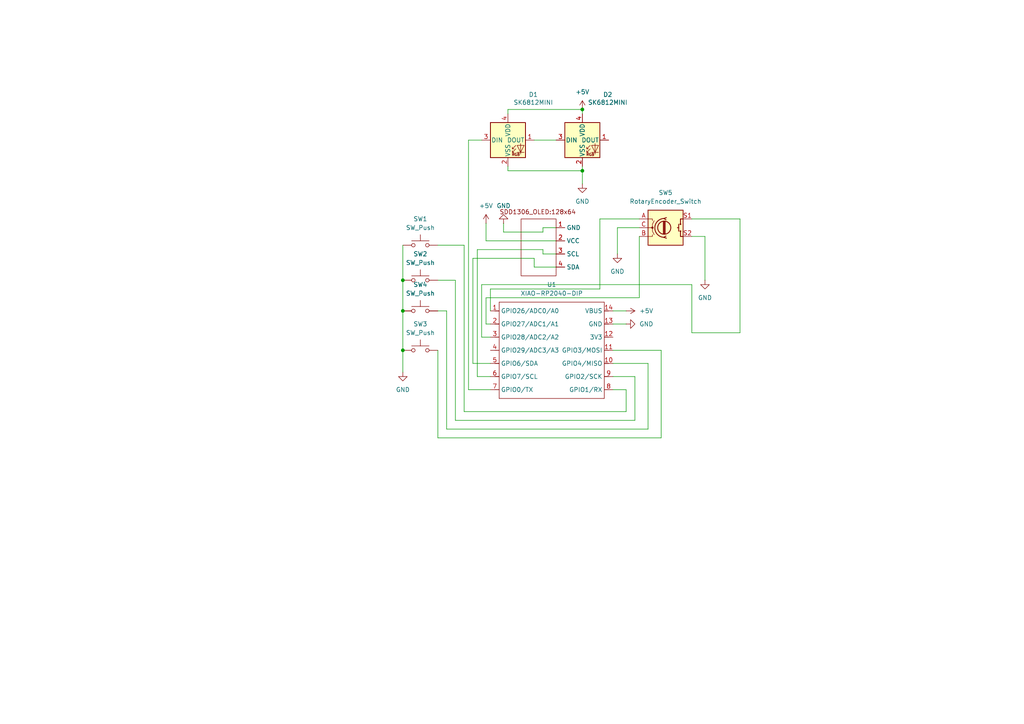
<source format=kicad_sch>
(kicad_sch
	(version 20250114)
	(generator "eeschema")
	(generator_version "9.0")
	(uuid "e2f23d5c-9e18-4dc2-b16a-7b4fffe71500")
	(paper "A4")
	(title_block
		(title "KLOUČEK FILIP")
		(date "2025-12-28")
	)
	(lib_symbols
		(symbol "Device:RotaryEncoder_Switch"
			(pin_names
				(offset 0.254)
				(hide yes)
			)
			(exclude_from_sim no)
			(in_bom yes)
			(on_board yes)
			(property "Reference" "SW"
				(at 0 6.604 0)
				(effects
					(font
						(size 1.27 1.27)
					)
				)
			)
			(property "Value" "RotaryEncoder_Switch"
				(at 0 -6.604 0)
				(effects
					(font
						(size 1.27 1.27)
					)
				)
			)
			(property "Footprint" ""
				(at -3.81 4.064 0)
				(effects
					(font
						(size 1.27 1.27)
					)
					(hide yes)
				)
			)
			(property "Datasheet" "~"
				(at 0 6.604 0)
				(effects
					(font
						(size 1.27 1.27)
					)
					(hide yes)
				)
			)
			(property "Description" "Rotary encoder, dual channel, incremental quadrate outputs, with switch"
				(at 0 0 0)
				(effects
					(font
						(size 1.27 1.27)
					)
					(hide yes)
				)
			)
			(property "ki_keywords" "rotary switch encoder switch push button"
				(at 0 0 0)
				(effects
					(font
						(size 1.27 1.27)
					)
					(hide yes)
				)
			)
			(property "ki_fp_filters" "RotaryEncoder*Switch*"
				(at 0 0 0)
				(effects
					(font
						(size 1.27 1.27)
					)
					(hide yes)
				)
			)
			(symbol "RotaryEncoder_Switch_0_1"
				(rectangle
					(start -5.08 5.08)
					(end 5.08 -5.08)
					(stroke
						(width 0.254)
						(type default)
					)
					(fill
						(type background)
					)
				)
				(polyline
					(pts
						(xy -5.08 2.54) (xy -3.81 2.54) (xy -3.81 2.032)
					)
					(stroke
						(width 0)
						(type default)
					)
					(fill
						(type none)
					)
				)
				(polyline
					(pts
						(xy -5.08 0) (xy -3.81 0) (xy -3.81 -1.016) (xy -3.302 -2.032)
					)
					(stroke
						(width 0)
						(type default)
					)
					(fill
						(type none)
					)
				)
				(polyline
					(pts
						(xy -5.08 -2.54) (xy -3.81 -2.54) (xy -3.81 -2.032)
					)
					(stroke
						(width 0)
						(type default)
					)
					(fill
						(type none)
					)
				)
				(polyline
					(pts
						(xy -4.318 0) (xy -3.81 0) (xy -3.81 1.016) (xy -3.302 2.032)
					)
					(stroke
						(width 0)
						(type default)
					)
					(fill
						(type none)
					)
				)
				(circle
					(center -3.81 0)
					(radius 0.254)
					(stroke
						(width 0)
						(type default)
					)
					(fill
						(type outline)
					)
				)
				(polyline
					(pts
						(xy -0.635 -1.778) (xy -0.635 1.778)
					)
					(stroke
						(width 0.254)
						(type default)
					)
					(fill
						(type none)
					)
				)
				(circle
					(center -0.381 0)
					(radius 1.905)
					(stroke
						(width 0.254)
						(type default)
					)
					(fill
						(type none)
					)
				)
				(polyline
					(pts
						(xy -0.381 -1.778) (xy -0.381 1.778)
					)
					(stroke
						(width 0.254)
						(type default)
					)
					(fill
						(type none)
					)
				)
				(arc
					(start -0.381 -2.794)
					(mid -3.0988 -0.0635)
					(end -0.381 2.667)
					(stroke
						(width 0.254)
						(type default)
					)
					(fill
						(type none)
					)
				)
				(polyline
					(pts
						(xy -0.127 1.778) (xy -0.127 -1.778)
					)
					(stroke
						(width 0.254)
						(type default)
					)
					(fill
						(type none)
					)
				)
				(polyline
					(pts
						(xy 0.254 2.921) (xy -0.508 2.667) (xy 0.127 2.286)
					)
					(stroke
						(width 0.254)
						(type default)
					)
					(fill
						(type none)
					)
				)
				(polyline
					(pts
						(xy 0.254 -3.048) (xy -0.508 -2.794) (xy 0.127 -2.413)
					)
					(stroke
						(width 0.254)
						(type default)
					)
					(fill
						(type none)
					)
				)
				(polyline
					(pts
						(xy 3.81 1.016) (xy 3.81 -1.016)
					)
					(stroke
						(width 0.254)
						(type default)
					)
					(fill
						(type none)
					)
				)
				(polyline
					(pts
						(xy 3.81 0) (xy 3.429 0)
					)
					(stroke
						(width 0.254)
						(type default)
					)
					(fill
						(type none)
					)
				)
				(circle
					(center 4.318 1.016)
					(radius 0.127)
					(stroke
						(width 0.254)
						(type default)
					)
					(fill
						(type none)
					)
				)
				(circle
					(center 4.318 -1.016)
					(radius 0.127)
					(stroke
						(width 0.254)
						(type default)
					)
					(fill
						(type none)
					)
				)
				(polyline
					(pts
						(xy 5.08 2.54) (xy 4.318 2.54) (xy 4.318 1.016)
					)
					(stroke
						(width 0.254)
						(type default)
					)
					(fill
						(type none)
					)
				)
				(polyline
					(pts
						(xy 5.08 -2.54) (xy 4.318 -2.54) (xy 4.318 -1.016)
					)
					(stroke
						(width 0.254)
						(type default)
					)
					(fill
						(type none)
					)
				)
			)
			(symbol "RotaryEncoder_Switch_1_1"
				(pin passive line
					(at -7.62 2.54 0)
					(length 2.54)
					(name "A"
						(effects
							(font
								(size 1.27 1.27)
							)
						)
					)
					(number "A"
						(effects
							(font
								(size 1.27 1.27)
							)
						)
					)
				)
				(pin passive line
					(at -7.62 0 0)
					(length 2.54)
					(name "C"
						(effects
							(font
								(size 1.27 1.27)
							)
						)
					)
					(number "C"
						(effects
							(font
								(size 1.27 1.27)
							)
						)
					)
				)
				(pin passive line
					(at -7.62 -2.54 0)
					(length 2.54)
					(name "B"
						(effects
							(font
								(size 1.27 1.27)
							)
						)
					)
					(number "B"
						(effects
							(font
								(size 1.27 1.27)
							)
						)
					)
				)
				(pin passive line
					(at 7.62 2.54 180)
					(length 2.54)
					(name "S1"
						(effects
							(font
								(size 1.27 1.27)
							)
						)
					)
					(number "S1"
						(effects
							(font
								(size 1.27 1.27)
							)
						)
					)
				)
				(pin passive line
					(at 7.62 -2.54 180)
					(length 2.54)
					(name "S2"
						(effects
							(font
								(size 1.27 1.27)
							)
						)
					)
					(number "S2"
						(effects
							(font
								(size 1.27 1.27)
							)
						)
					)
				)
			)
			(embedded_fonts no)
		)
		(symbol "LED:SK6812MINI"
			(pin_names
				(offset 0.254)
			)
			(exclude_from_sim no)
			(in_bom yes)
			(on_board yes)
			(property "Reference" "D"
				(at 5.08 5.715 0)
				(effects
					(font
						(size 1.27 1.27)
					)
					(justify right bottom)
				)
			)
			(property "Value" "SK6812MINI"
				(at 1.27 -5.715 0)
				(effects
					(font
						(size 1.27 1.27)
					)
					(justify left top)
				)
			)
			(property "Footprint" "LED_SMD:LED_SK6812MINI_PLCC4_3.5x3.5mm_P1.75mm"
				(at 1.27 -7.62 0)
				(effects
					(font
						(size 1.27 1.27)
					)
					(justify left top)
					(hide yes)
				)
			)
			(property "Datasheet" "https://cdn-shop.adafruit.com/product-files/2686/SK6812MINI_REV.01-1-2.pdf"
				(at 2.54 -9.525 0)
				(effects
					(font
						(size 1.27 1.27)
					)
					(justify left top)
					(hide yes)
				)
			)
			(property "Description" "RGB LED with integrated controller"
				(at 0 0 0)
				(effects
					(font
						(size 1.27 1.27)
					)
					(hide yes)
				)
			)
			(property "ki_keywords" "RGB LED NeoPixel Mini addressable"
				(at 0 0 0)
				(effects
					(font
						(size 1.27 1.27)
					)
					(hide yes)
				)
			)
			(property "ki_fp_filters" "LED*SK6812MINI*PLCC*3.5x3.5mm*P1.75mm*"
				(at 0 0 0)
				(effects
					(font
						(size 1.27 1.27)
					)
					(hide yes)
				)
			)
			(symbol "SK6812MINI_0_0"
				(text "RGB"
					(at 2.286 -4.191 0)
					(effects
						(font
							(size 0.762 0.762)
						)
					)
				)
			)
			(symbol "SK6812MINI_0_1"
				(polyline
					(pts
						(xy 1.27 -2.54) (xy 1.778 -2.54)
					)
					(stroke
						(width 0)
						(type default)
					)
					(fill
						(type none)
					)
				)
				(polyline
					(pts
						(xy 1.27 -3.556) (xy 1.778 -3.556)
					)
					(stroke
						(width 0)
						(type default)
					)
					(fill
						(type none)
					)
				)
				(polyline
					(pts
						(xy 2.286 -1.524) (xy 1.27 -2.54) (xy 1.27 -2.032)
					)
					(stroke
						(width 0)
						(type default)
					)
					(fill
						(type none)
					)
				)
				(polyline
					(pts
						(xy 2.286 -2.54) (xy 1.27 -3.556) (xy 1.27 -3.048)
					)
					(stroke
						(width 0)
						(type default)
					)
					(fill
						(type none)
					)
				)
				(polyline
					(pts
						(xy 3.683 -1.016) (xy 3.683 -3.556) (xy 3.683 -4.064)
					)
					(stroke
						(width 0)
						(type default)
					)
					(fill
						(type none)
					)
				)
				(polyline
					(pts
						(xy 4.699 -1.524) (xy 2.667 -1.524) (xy 3.683 -3.556) (xy 4.699 -1.524)
					)
					(stroke
						(width 0)
						(type default)
					)
					(fill
						(type none)
					)
				)
				(polyline
					(pts
						(xy 4.699 -3.556) (xy 2.667 -3.556)
					)
					(stroke
						(width 0)
						(type default)
					)
					(fill
						(type none)
					)
				)
				(rectangle
					(start 5.08 5.08)
					(end -5.08 -5.08)
					(stroke
						(width 0.254)
						(type default)
					)
					(fill
						(type background)
					)
				)
			)
			(symbol "SK6812MINI_1_1"
				(pin input line
					(at -7.62 0 0)
					(length 2.54)
					(name "DIN"
						(effects
							(font
								(size 1.27 1.27)
							)
						)
					)
					(number "3"
						(effects
							(font
								(size 1.27 1.27)
							)
						)
					)
				)
				(pin power_in line
					(at 0 7.62 270)
					(length 2.54)
					(name "VDD"
						(effects
							(font
								(size 1.27 1.27)
							)
						)
					)
					(number "4"
						(effects
							(font
								(size 1.27 1.27)
							)
						)
					)
				)
				(pin power_in line
					(at 0 -7.62 90)
					(length 2.54)
					(name "VSS"
						(effects
							(font
								(size 1.27 1.27)
							)
						)
					)
					(number "2"
						(effects
							(font
								(size 1.27 1.27)
							)
						)
					)
				)
				(pin output line
					(at 7.62 0 180)
					(length 2.54)
					(name "DOUT"
						(effects
							(font
								(size 1.27 1.27)
							)
						)
					)
					(number "1"
						(effects
							(font
								(size 1.27 1.27)
							)
						)
					)
				)
			)
			(embedded_fonts no)
		)
		(symbol "OPL knihovna:XIAO-RP2040-DIP"
			(exclude_from_sim no)
			(in_bom yes)
			(on_board yes)
			(property "Reference" "U"
				(at 0 0 0)
				(effects
					(font
						(size 1.27 1.27)
					)
				)
			)
			(property "Value" "XIAO-RP2040-DIP"
				(at 5.334 -1.778 0)
				(effects
					(font
						(size 1.27 1.27)
					)
				)
			)
			(property "Footprint" "Module:MOUDLE14P-XIAO-DIP-SMD"
				(at 14.478 -32.258 0)
				(effects
					(font
						(size 1.27 1.27)
					)
					(hide yes)
				)
			)
			(property "Datasheet" ""
				(at 0 0 0)
				(effects
					(font
						(size 1.27 1.27)
					)
					(hide yes)
				)
			)
			(property "Description" ""
				(at 0 0 0)
				(effects
					(font
						(size 1.27 1.27)
					)
					(hide yes)
				)
			)
			(symbol "XIAO-RP2040-DIP_1_0"
				(polyline
					(pts
						(xy -1.27 -2.54) (xy 29.21 -2.54)
					)
					(stroke
						(width 0.1524)
						(type solid)
					)
					(fill
						(type none)
					)
				)
				(polyline
					(pts
						(xy -1.27 -5.08) (xy -2.54 -5.08)
					)
					(stroke
						(width 0.1524)
						(type solid)
					)
					(fill
						(type none)
					)
				)
				(polyline
					(pts
						(xy -1.27 -5.08) (xy -1.27 -2.54)
					)
					(stroke
						(width 0.1524)
						(type solid)
					)
					(fill
						(type none)
					)
				)
				(polyline
					(pts
						(xy -1.27 -8.89) (xy -2.54 -8.89)
					)
					(stroke
						(width 0.1524)
						(type solid)
					)
					(fill
						(type none)
					)
				)
				(polyline
					(pts
						(xy -1.27 -8.89) (xy -1.27 -5.08)
					)
					(stroke
						(width 0.1524)
						(type solid)
					)
					(fill
						(type none)
					)
				)
				(polyline
					(pts
						(xy -1.27 -12.7) (xy -2.54 -12.7)
					)
					(stroke
						(width 0.1524)
						(type solid)
					)
					(fill
						(type none)
					)
				)
				(polyline
					(pts
						(xy -1.27 -12.7) (xy -1.27 -8.89)
					)
					(stroke
						(width 0.1524)
						(type solid)
					)
					(fill
						(type none)
					)
				)
				(polyline
					(pts
						(xy -1.27 -16.51) (xy -2.54 -16.51)
					)
					(stroke
						(width 0.1524)
						(type solid)
					)
					(fill
						(type none)
					)
				)
				(polyline
					(pts
						(xy -1.27 -16.51) (xy -1.27 -12.7)
					)
					(stroke
						(width 0.1524)
						(type solid)
					)
					(fill
						(type none)
					)
				)
				(polyline
					(pts
						(xy -1.27 -20.32) (xy -2.54 -20.32)
					)
					(stroke
						(width 0.1524)
						(type solid)
					)
					(fill
						(type none)
					)
				)
				(polyline
					(pts
						(xy -1.27 -24.13) (xy -2.54 -24.13)
					)
					(stroke
						(width 0.1524)
						(type solid)
					)
					(fill
						(type none)
					)
				)
				(polyline
					(pts
						(xy -1.27 -27.94) (xy -2.54 -27.94)
					)
					(stroke
						(width 0.1524)
						(type solid)
					)
					(fill
						(type none)
					)
				)
				(polyline
					(pts
						(xy -1.27 -30.48) (xy -1.27 -16.51)
					)
					(stroke
						(width 0.1524)
						(type solid)
					)
					(fill
						(type none)
					)
				)
				(polyline
					(pts
						(xy 29.21 -2.54) (xy 29.21 -5.08)
					)
					(stroke
						(width 0.1524)
						(type solid)
					)
					(fill
						(type none)
					)
				)
				(polyline
					(pts
						(xy 29.21 -5.08) (xy 29.21 -8.89)
					)
					(stroke
						(width 0.1524)
						(type solid)
					)
					(fill
						(type none)
					)
				)
				(polyline
					(pts
						(xy 29.21 -8.89) (xy 29.21 -12.7)
					)
					(stroke
						(width 0.1524)
						(type solid)
					)
					(fill
						(type none)
					)
				)
				(polyline
					(pts
						(xy 29.21 -12.7) (xy 29.21 -30.48)
					)
					(stroke
						(width 0.1524)
						(type solid)
					)
					(fill
						(type none)
					)
				)
				(polyline
					(pts
						(xy 29.21 -30.48) (xy -1.27 -30.48)
					)
					(stroke
						(width 0.1524)
						(type solid)
					)
					(fill
						(type none)
					)
				)
				(polyline
					(pts
						(xy 30.48 -5.08) (xy 29.21 -5.08)
					)
					(stroke
						(width 0.1524)
						(type solid)
					)
					(fill
						(type none)
					)
				)
				(polyline
					(pts
						(xy 30.48 -8.89) (xy 29.21 -8.89)
					)
					(stroke
						(width 0.1524)
						(type solid)
					)
					(fill
						(type none)
					)
				)
				(polyline
					(pts
						(xy 30.48 -12.7) (xy 29.21 -12.7)
					)
					(stroke
						(width 0.1524)
						(type solid)
					)
					(fill
						(type none)
					)
				)
				(polyline
					(pts
						(xy 30.48 -16.51) (xy 29.21 -16.51)
					)
					(stroke
						(width 0.1524)
						(type solid)
					)
					(fill
						(type none)
					)
				)
				(polyline
					(pts
						(xy 30.48 -20.32) (xy 29.21 -20.32)
					)
					(stroke
						(width 0.1524)
						(type solid)
					)
					(fill
						(type none)
					)
				)
				(polyline
					(pts
						(xy 30.48 -24.13) (xy 29.21 -24.13)
					)
					(stroke
						(width 0.1524)
						(type solid)
					)
					(fill
						(type none)
					)
				)
				(polyline
					(pts
						(xy 30.48 -27.94) (xy 29.21 -27.94)
					)
					(stroke
						(width 0.1524)
						(type solid)
					)
					(fill
						(type none)
					)
				)
				(pin passive line
					(at -3.81 -5.08 0)
					(length 2.54)
					(name "GPIO26/ADC0/A0"
						(effects
							(font
								(size 1.27 1.27)
							)
						)
					)
					(number "1"
						(effects
							(font
								(size 1.27 1.27)
							)
						)
					)
				)
				(pin passive line
					(at -3.81 -8.89 0)
					(length 2.54)
					(name "GPIO27/ADC1/A1"
						(effects
							(font
								(size 1.27 1.27)
							)
						)
					)
					(number "2"
						(effects
							(font
								(size 1.27 1.27)
							)
						)
					)
				)
				(pin passive line
					(at -3.81 -12.7 0)
					(length 2.54)
					(name "GPIO28/ADC2/A2"
						(effects
							(font
								(size 1.27 1.27)
							)
						)
					)
					(number "3"
						(effects
							(font
								(size 1.27 1.27)
							)
						)
					)
				)
				(pin passive line
					(at -3.81 -16.51 0)
					(length 2.54)
					(name "GPIO29/ADC3/A3"
						(effects
							(font
								(size 1.27 1.27)
							)
						)
					)
					(number "4"
						(effects
							(font
								(size 1.27 1.27)
							)
						)
					)
				)
				(pin passive line
					(at -3.81 -20.32 0)
					(length 2.54)
					(name "GPIO6/SDA"
						(effects
							(font
								(size 1.27 1.27)
							)
						)
					)
					(number "5"
						(effects
							(font
								(size 1.27 1.27)
							)
						)
					)
				)
				(pin passive line
					(at -3.81 -24.13 0)
					(length 2.54)
					(name "GPIO7/SCL"
						(effects
							(font
								(size 1.27 1.27)
							)
						)
					)
					(number "6"
						(effects
							(font
								(size 1.27 1.27)
							)
						)
					)
				)
				(pin passive line
					(at -3.81 -27.94 0)
					(length 2.54)
					(name "GPIO0/TX"
						(effects
							(font
								(size 1.27 1.27)
							)
						)
					)
					(number "7"
						(effects
							(font
								(size 1.27 1.27)
							)
						)
					)
				)
				(pin passive line
					(at 31.75 -5.08 180)
					(length 2.54)
					(name "VBUS"
						(effects
							(font
								(size 1.27 1.27)
							)
						)
					)
					(number "14"
						(effects
							(font
								(size 1.27 1.27)
							)
						)
					)
				)
				(pin passive line
					(at 31.75 -8.89 180)
					(length 2.54)
					(name "GND"
						(effects
							(font
								(size 1.27 1.27)
							)
						)
					)
					(number "13"
						(effects
							(font
								(size 1.27 1.27)
							)
						)
					)
				)
				(pin passive line
					(at 31.75 -12.7 180)
					(length 2.54)
					(name "3V3"
						(effects
							(font
								(size 1.27 1.27)
							)
						)
					)
					(number "12"
						(effects
							(font
								(size 1.27 1.27)
							)
						)
					)
				)
				(pin passive line
					(at 31.75 -16.51 180)
					(length 2.54)
					(name "GPIO3/MOSI"
						(effects
							(font
								(size 1.27 1.27)
							)
						)
					)
					(number "11"
						(effects
							(font
								(size 1.27 1.27)
							)
						)
					)
				)
				(pin passive line
					(at 31.75 -20.32 180)
					(length 2.54)
					(name "GPIO4/MISO"
						(effects
							(font
								(size 1.27 1.27)
							)
						)
					)
					(number "10"
						(effects
							(font
								(size 1.27 1.27)
							)
						)
					)
				)
				(pin passive line
					(at 31.75 -24.13 180)
					(length 2.54)
					(name "GPIO2/SCK"
						(effects
							(font
								(size 1.27 1.27)
							)
						)
					)
					(number "9"
						(effects
							(font
								(size 1.27 1.27)
							)
						)
					)
				)
				(pin passive line
					(at 31.75 -27.94 180)
					(length 2.54)
					(name "GPIO1/RX"
						(effects
							(font
								(size 1.27 1.27)
							)
						)
					)
					(number "8"
						(effects
							(font
								(size 1.27 1.27)
							)
						)
					)
				)
			)
			(embedded_fonts no)
		)
		(symbol "SDD1306_OLED:SSD1306_OLED"
			(exclude_from_sim no)
			(in_bom yes)
			(on_board yes)
			(property "Reference" "DS1"
				(at -2.794 6.35 0)
				(effects
					(font
						(size 1.27 1.27)
					)
					(hide yes)
				)
			)
			(property "Value" ""
				(at -17.78 -19.05 0)
				(effects
					(font
						(size 1.27 1.27)
					)
				)
			)
			(property "Footprint" "SDD1306_OLED:128x64OLED"
				(at -28.956 -21.082 0)
				(effects
					(font
						(size 1.27 1.27)
					)
					(hide yes)
				)
			)
			(property "Datasheet" "https://cdn-shop.adafruit.com/datasheets/SSD1306.pdf"
				(at -14.732 -17.018 0)
				(effects
					(font
						(size 1.27 1.27)
					)
					(hide yes)
				)
			)
			(property "Description" "SDD1306 OLED DISPLAY 0.96\" - ARDUINO MODULE"
				(at -17.78 -19.05 0)
				(effects
					(font
						(size 1.27 1.27)
					)
					(hide yes)
				)
			)
			(property "ki_keywords" "SSD1306,OLED,DISPLAY"
				(at 0 0 0)
				(effects
					(font
						(size 1.27 1.27)
					)
					(hide yes)
				)
			)
			(symbol "SSD1306_OLED_0_1"
				(rectangle
					(start -5.08 7.62)
					(end 5.08 -8.89)
					(stroke
						(width 0)
						(type default)
					)
					(fill
						(type none)
					)
				)
			)
			(symbol "SSD1306_OLED_1_1"
				(text "SDD1306_OLED:128x64 "
					(at 0.254 9.652 0)
					(effects
						(font
							(size 1.27 1.27)
						)
					)
				)
				(pin input line
					(at 5.08 5.08 0)
					(length 2.54)
					(name "GND"
						(effects
							(font
								(size 1.27 1.27)
							)
						)
					)
					(number "1"
						(effects
							(font
								(size 1.27 1.27)
							)
						)
					)
				)
				(pin input line
					(at 5.08 1.27 0)
					(length 2.54)
					(name "VCC"
						(effects
							(font
								(size 1.27 1.27)
							)
						)
					)
					(number "2"
						(effects
							(font
								(size 1.27 1.27)
							)
						)
					)
				)
				(pin input line
					(at 5.08 -2.54 0)
					(length 2.54)
					(name "SCL"
						(effects
							(font
								(size 1.27 1.27)
							)
						)
					)
					(number "3"
						(effects
							(font
								(size 1.27 1.27)
							)
						)
					)
				)
				(pin input line
					(at 5.08 -6.35 0)
					(length 2.54)
					(name "SDA"
						(effects
							(font
								(size 1.27 1.27)
							)
						)
					)
					(number "4"
						(effects
							(font
								(size 1.27 1.27)
							)
						)
					)
				)
			)
			(embedded_fonts no)
		)
		(symbol "Switch:SW_Push"
			(pin_numbers
				(hide yes)
			)
			(pin_names
				(offset 1.016)
				(hide yes)
			)
			(exclude_from_sim no)
			(in_bom yes)
			(on_board yes)
			(property "Reference" "SW"
				(at 1.27 2.54 0)
				(effects
					(font
						(size 1.27 1.27)
					)
					(justify left)
				)
			)
			(property "Value" "SW_Push"
				(at 0 -1.524 0)
				(effects
					(font
						(size 1.27 1.27)
					)
				)
			)
			(property "Footprint" ""
				(at 0 5.08 0)
				(effects
					(font
						(size 1.27 1.27)
					)
					(hide yes)
				)
			)
			(property "Datasheet" "~"
				(at 0 5.08 0)
				(effects
					(font
						(size 1.27 1.27)
					)
					(hide yes)
				)
			)
			(property "Description" "Push button switch, generic, two pins"
				(at 0 0 0)
				(effects
					(font
						(size 1.27 1.27)
					)
					(hide yes)
				)
			)
			(property "ki_keywords" "switch normally-open pushbutton push-button"
				(at 0 0 0)
				(effects
					(font
						(size 1.27 1.27)
					)
					(hide yes)
				)
			)
			(symbol "SW_Push_0_1"
				(circle
					(center -2.032 0)
					(radius 0.508)
					(stroke
						(width 0)
						(type default)
					)
					(fill
						(type none)
					)
				)
				(polyline
					(pts
						(xy 0 1.27) (xy 0 3.048)
					)
					(stroke
						(width 0)
						(type default)
					)
					(fill
						(type none)
					)
				)
				(circle
					(center 2.032 0)
					(radius 0.508)
					(stroke
						(width 0)
						(type default)
					)
					(fill
						(type none)
					)
				)
				(polyline
					(pts
						(xy 2.54 1.27) (xy -2.54 1.27)
					)
					(stroke
						(width 0)
						(type default)
					)
					(fill
						(type none)
					)
				)
				(pin passive line
					(at -5.08 0 0)
					(length 2.54)
					(name "1"
						(effects
							(font
								(size 1.27 1.27)
							)
						)
					)
					(number "1"
						(effects
							(font
								(size 1.27 1.27)
							)
						)
					)
				)
				(pin passive line
					(at 5.08 0 180)
					(length 2.54)
					(name "2"
						(effects
							(font
								(size 1.27 1.27)
							)
						)
					)
					(number "2"
						(effects
							(font
								(size 1.27 1.27)
							)
						)
					)
				)
			)
			(embedded_fonts no)
		)
		(symbol "power:+5V"
			(power)
			(pin_numbers
				(hide yes)
			)
			(pin_names
				(offset 0)
				(hide yes)
			)
			(exclude_from_sim no)
			(in_bom yes)
			(on_board yes)
			(property "Reference" "#PWR"
				(at 0 -3.81 0)
				(effects
					(font
						(size 1.27 1.27)
					)
					(hide yes)
				)
			)
			(property "Value" "+5V"
				(at 0 3.556 0)
				(effects
					(font
						(size 1.27 1.27)
					)
				)
			)
			(property "Footprint" ""
				(at 0 0 0)
				(effects
					(font
						(size 1.27 1.27)
					)
					(hide yes)
				)
			)
			(property "Datasheet" ""
				(at 0 0 0)
				(effects
					(font
						(size 1.27 1.27)
					)
					(hide yes)
				)
			)
			(property "Description" "Power symbol creates a global label with name \"+5V\""
				(at 0 0 0)
				(effects
					(font
						(size 1.27 1.27)
					)
					(hide yes)
				)
			)
			(property "ki_keywords" "global power"
				(at 0 0 0)
				(effects
					(font
						(size 1.27 1.27)
					)
					(hide yes)
				)
			)
			(symbol "+5V_0_1"
				(polyline
					(pts
						(xy -0.762 1.27) (xy 0 2.54)
					)
					(stroke
						(width 0)
						(type default)
					)
					(fill
						(type none)
					)
				)
				(polyline
					(pts
						(xy 0 2.54) (xy 0.762 1.27)
					)
					(stroke
						(width 0)
						(type default)
					)
					(fill
						(type none)
					)
				)
				(polyline
					(pts
						(xy 0 0) (xy 0 2.54)
					)
					(stroke
						(width 0)
						(type default)
					)
					(fill
						(type none)
					)
				)
			)
			(symbol "+5V_1_1"
				(pin power_in line
					(at 0 0 90)
					(length 0)
					(name "~"
						(effects
							(font
								(size 1.27 1.27)
							)
						)
					)
					(number "1"
						(effects
							(font
								(size 1.27 1.27)
							)
						)
					)
				)
			)
			(embedded_fonts no)
		)
		(symbol "power:GND"
			(power)
			(pin_numbers
				(hide yes)
			)
			(pin_names
				(offset 0)
				(hide yes)
			)
			(exclude_from_sim no)
			(in_bom yes)
			(on_board yes)
			(property "Reference" "#PWR"
				(at 0 -6.35 0)
				(effects
					(font
						(size 1.27 1.27)
					)
					(hide yes)
				)
			)
			(property "Value" "GND"
				(at 0 -3.81 0)
				(effects
					(font
						(size 1.27 1.27)
					)
				)
			)
			(property "Footprint" ""
				(at 0 0 0)
				(effects
					(font
						(size 1.27 1.27)
					)
					(hide yes)
				)
			)
			(property "Datasheet" ""
				(at 0 0 0)
				(effects
					(font
						(size 1.27 1.27)
					)
					(hide yes)
				)
			)
			(property "Description" "Power symbol creates a global label with name \"GND\" , ground"
				(at 0 0 0)
				(effects
					(font
						(size 1.27 1.27)
					)
					(hide yes)
				)
			)
			(property "ki_keywords" "global power"
				(at 0 0 0)
				(effects
					(font
						(size 1.27 1.27)
					)
					(hide yes)
				)
			)
			(symbol "GND_0_1"
				(polyline
					(pts
						(xy 0 0) (xy 0 -1.27) (xy 1.27 -1.27) (xy 0 -2.54) (xy -1.27 -1.27) (xy 0 -1.27)
					)
					(stroke
						(width 0)
						(type default)
					)
					(fill
						(type none)
					)
				)
			)
			(symbol "GND_1_1"
				(pin power_in line
					(at 0 0 270)
					(length 0)
					(name "~"
						(effects
							(font
								(size 1.27 1.27)
							)
						)
					)
					(number "1"
						(effects
							(font
								(size 1.27 1.27)
							)
						)
					)
				)
			)
			(embedded_fonts no)
		)
	)
	(junction
		(at 168.91 31.75)
		(diameter 0)
		(color 0 0 0 0)
		(uuid "3336dd5f-9c3a-4cb5-9a37-3db366901654")
	)
	(junction
		(at 116.84 90.17)
		(diameter 0)
		(color 0 0 0 0)
		(uuid "43190c9a-a570-494a-81ec-130a74efdd98")
	)
	(junction
		(at 116.84 81.28)
		(diameter 0)
		(color 0 0 0 0)
		(uuid "4e1f83fe-8a23-4884-8500-35930a5b1356")
	)
	(junction
		(at 168.91 49.53)
		(diameter 0)
		(color 0 0 0 0)
		(uuid "89068b39-3e01-4bca-9840-9c88fca8ace9")
	)
	(junction
		(at 116.84 101.6)
		(diameter 0)
		(color 0 0 0 0)
		(uuid "bea8d75d-eb86-439e-ad17-0b0f446b5da4")
	)
	(wire
		(pts
			(xy 154.94 40.64) (xy 161.29 40.64)
		)
		(stroke
			(width 0)
			(type default)
		)
		(uuid "0a21f101-8c4c-45f4-96f0-768146dff12f")
	)
	(wire
		(pts
			(xy 191.77 101.6) (xy 177.8 101.6)
		)
		(stroke
			(width 0)
			(type default)
		)
		(uuid "0b84576e-8d9b-4470-9e97-f0a61c208aec")
	)
	(wire
		(pts
			(xy 140.97 69.85) (xy 161.29 69.85)
		)
		(stroke
			(width 0)
			(type default)
		)
		(uuid "0caae99b-6175-475b-bff8-feb91bbb20a3")
	)
	(wire
		(pts
			(xy 127 101.6) (xy 127 127)
		)
		(stroke
			(width 0)
			(type default)
		)
		(uuid "0ddc00d4-7928-4918-b92c-6d0c01914692")
	)
	(wire
		(pts
			(xy 129.54 90.17) (xy 129.54 124.46)
		)
		(stroke
			(width 0)
			(type default)
		)
		(uuid "0fb06d24-889e-4ce9-9f29-6e550c07ddcd")
	)
	(wire
		(pts
			(xy 139.7 82.55) (xy 139.7 97.79)
		)
		(stroke
			(width 0)
			(type default)
		)
		(uuid "10fff65f-396e-488a-ae3e-4dd29cd3be7c")
	)
	(wire
		(pts
			(xy 116.84 101.6) (xy 116.84 107.95)
		)
		(stroke
			(width 0)
			(type default)
		)
		(uuid "12a8b99a-a1b0-46ff-b75b-1857877ab9d3")
	)
	(wire
		(pts
			(xy 116.84 90.17) (xy 116.84 101.6)
		)
		(stroke
			(width 0)
			(type default)
		)
		(uuid "12e93b9d-92b3-49a4-b74c-9bbbda53cbee")
	)
	(wire
		(pts
			(xy 134.62 119.38) (xy 181.61 119.38)
		)
		(stroke
			(width 0)
			(type default)
		)
		(uuid "130baf70-23e5-42e7-a269-1cdcfc616fd3")
	)
	(wire
		(pts
			(xy 191.77 127) (xy 191.77 101.6)
		)
		(stroke
			(width 0)
			(type default)
		)
		(uuid "14f7ca2c-d75c-4600-a5f0-7d324ff1b49e")
	)
	(wire
		(pts
			(xy 135.89 40.64) (xy 135.89 113.03)
		)
		(stroke
			(width 0)
			(type default)
		)
		(uuid "177ac480-206a-416f-b056-e9edf835cf52")
	)
	(wire
		(pts
			(xy 184.15 121.92) (xy 184.15 109.22)
		)
		(stroke
			(width 0)
			(type default)
		)
		(uuid "1943ad23-2098-4fa7-bffc-00c6c4210a13")
	)
	(wire
		(pts
			(xy 134.62 71.12) (xy 134.62 119.38)
		)
		(stroke
			(width 0)
			(type default)
		)
		(uuid "1d6452a0-6879-4c6d-904e-7255e656d8bb")
	)
	(wire
		(pts
			(xy 140.97 93.98) (xy 142.24 93.98)
		)
		(stroke
			(width 0)
			(type default)
		)
		(uuid "1d88b790-a907-4816-a39d-4ad7f5d69b3c")
	)
	(wire
		(pts
			(xy 157.48 67.31) (xy 157.48 66.04)
		)
		(stroke
			(width 0)
			(type default)
		)
		(uuid "1f12122e-283f-4549-b43e-4ace989a3577")
	)
	(wire
		(pts
			(xy 168.91 31.75) (xy 168.91 33.02)
		)
		(stroke
			(width 0)
			(type default)
		)
		(uuid "1ffec67b-b53c-4c19-9bf3-e4d7a7561b3b")
	)
	(wire
		(pts
			(xy 147.32 49.53) (xy 147.32 48.26)
		)
		(stroke
			(width 0)
			(type default)
		)
		(uuid "241a7300-a077-4544-94c8-020ae7e491aa")
	)
	(wire
		(pts
			(xy 173.99 63.5) (xy 173.99 83.82)
		)
		(stroke
			(width 0)
			(type default)
		)
		(uuid "2f9ec8cc-6772-4185-8cda-c59336af056e")
	)
	(wire
		(pts
			(xy 168.91 48.26) (xy 168.91 49.53)
		)
		(stroke
			(width 0)
			(type default)
		)
		(uuid "35597b66-dd10-4660-a886-7266babbc876")
	)
	(wire
		(pts
			(xy 140.97 86.36) (xy 140.97 93.98)
		)
		(stroke
			(width 0)
			(type default)
		)
		(uuid "42ec5e78-d84e-4a7e-a4ec-ee5ca502b274")
	)
	(wire
		(pts
			(xy 127 90.17) (xy 129.54 90.17)
		)
		(stroke
			(width 0)
			(type default)
		)
		(uuid "46c34127-9e23-47e8-a46f-fa8741ae76b2")
	)
	(wire
		(pts
			(xy 154.94 77.47) (xy 161.29 77.47)
		)
		(stroke
			(width 0)
			(type default)
		)
		(uuid "47e1ce97-c9ac-4e40-a249-2d31a1510a6a")
	)
	(wire
		(pts
			(xy 200.66 82.55) (xy 139.7 82.55)
		)
		(stroke
			(width 0)
			(type default)
		)
		(uuid "47e32d2c-2fa2-458f-a99c-d73a033d4363")
	)
	(wire
		(pts
			(xy 129.54 124.46) (xy 187.96 124.46)
		)
		(stroke
			(width 0)
			(type default)
		)
		(uuid "4e78adc2-684f-42b4-b506-53907afc55e9")
	)
	(wire
		(pts
			(xy 214.63 63.5) (xy 200.66 63.5)
		)
		(stroke
			(width 0)
			(type default)
		)
		(uuid "5a81b4e9-d704-44ba-9571-1f6711575c7f")
	)
	(wire
		(pts
			(xy 137.16 74.93) (xy 154.94 74.93)
		)
		(stroke
			(width 0)
			(type default)
		)
		(uuid "5e5f74eb-b3dd-4ee6-b3ff-b88882682846")
	)
	(wire
		(pts
			(xy 157.48 73.66) (xy 161.29 73.66)
		)
		(stroke
			(width 0)
			(type default)
		)
		(uuid "5f68f72d-5e85-4000-86a7-1a209c753c09")
	)
	(wire
		(pts
			(xy 200.66 96.52) (xy 214.63 96.52)
		)
		(stroke
			(width 0)
			(type default)
		)
		(uuid "6088bfbc-90ed-41c6-bec2-9117d627fdd5")
	)
	(wire
		(pts
			(xy 116.84 71.12) (xy 116.84 81.28)
		)
		(stroke
			(width 0)
			(type default)
		)
		(uuid "64c249ea-de1e-44ad-a922-40e46e52e6f0")
	)
	(wire
		(pts
			(xy 146.05 64.77) (xy 146.05 67.31)
		)
		(stroke
			(width 0)
			(type default)
		)
		(uuid "6a4f5792-55e6-4705-a2d2-2e50c0cf3101")
	)
	(wire
		(pts
			(xy 127 81.28) (xy 132.08 81.28)
		)
		(stroke
			(width 0)
			(type default)
		)
		(uuid "701a84dc-1aed-4a0b-b920-c6baa16b8419")
	)
	(wire
		(pts
			(xy 142.24 83.82) (xy 142.24 90.17)
		)
		(stroke
			(width 0)
			(type default)
		)
		(uuid "7ef4236d-32c2-4039-839d-ea7c30298bcc")
	)
	(wire
		(pts
			(xy 177.8 93.98) (xy 181.61 93.98)
		)
		(stroke
			(width 0)
			(type default)
		)
		(uuid "808dd67f-7ddb-4786-9bf8-f4015bab6846")
	)
	(wire
		(pts
			(xy 200.66 82.55) (xy 200.66 96.52)
		)
		(stroke
			(width 0)
			(type default)
		)
		(uuid "83c98f49-81a3-4632-a94d-4ec6b5393bc1")
	)
	(wire
		(pts
			(xy 184.15 109.22) (xy 177.8 109.22)
		)
		(stroke
			(width 0)
			(type default)
		)
		(uuid "89c48b9a-5d65-4076-910b-fac88a2fa16d")
	)
	(wire
		(pts
			(xy 187.96 105.41) (xy 177.8 105.41)
		)
		(stroke
			(width 0)
			(type default)
		)
		(uuid "8b1bb3d0-dd84-4bee-8cd0-9f3e3fe791f8")
	)
	(wire
		(pts
			(xy 185.42 86.36) (xy 140.97 86.36)
		)
		(stroke
			(width 0)
			(type default)
		)
		(uuid "8bb0368c-d693-426f-807c-09d8774c88e3")
	)
	(wire
		(pts
			(xy 185.42 66.04) (xy 179.07 66.04)
		)
		(stroke
			(width 0)
			(type default)
		)
		(uuid "8d41af3a-62dd-4644-b5d1-81254d47da1b")
	)
	(wire
		(pts
			(xy 127 71.12) (xy 134.62 71.12)
		)
		(stroke
			(width 0)
			(type default)
		)
		(uuid "8ec85a34-490e-4fcb-81f2-e0d6cfc169b2")
	)
	(wire
		(pts
			(xy 185.42 68.58) (xy 185.42 86.36)
		)
		(stroke
			(width 0)
			(type default)
		)
		(uuid "90bb6e1d-adbb-4c98-b456-e671bf341ce7")
	)
	(wire
		(pts
			(xy 139.7 40.64) (xy 135.89 40.64)
		)
		(stroke
			(width 0)
			(type default)
		)
		(uuid "90da4d25-552d-4566-a7a7-dec59694190d")
	)
	(wire
		(pts
			(xy 173.99 83.82) (xy 142.24 83.82)
		)
		(stroke
			(width 0)
			(type default)
		)
		(uuid "98dab7b4-c0f1-4422-8ca7-377d043e0d66")
	)
	(wire
		(pts
			(xy 157.48 66.04) (xy 161.29 66.04)
		)
		(stroke
			(width 0)
			(type default)
		)
		(uuid "99aafcbd-2b1f-422b-af6c-aa6951594011")
	)
	(wire
		(pts
			(xy 214.63 96.52) (xy 214.63 63.5)
		)
		(stroke
			(width 0)
			(type default)
		)
		(uuid "9b013d5d-b3ac-4dd8-9e48-4b399c4de14e")
	)
	(wire
		(pts
			(xy 204.47 68.58) (xy 204.47 81.28)
		)
		(stroke
			(width 0)
			(type default)
		)
		(uuid "9bf0ab38-5a15-4763-8ff2-41f5bf2bc534")
	)
	(wire
		(pts
			(xy 157.48 72.39) (xy 157.48 73.66)
		)
		(stroke
			(width 0)
			(type default)
		)
		(uuid "a568a761-9a97-4d70-a2ab-3cfe07708a77")
	)
	(wire
		(pts
			(xy 179.07 66.04) (xy 179.07 73.66)
		)
		(stroke
			(width 0)
			(type default)
		)
		(uuid "a5f36b2f-3f68-4e3a-adfe-839ed1afcbcb")
	)
	(wire
		(pts
			(xy 146.05 67.31) (xy 157.48 67.31)
		)
		(stroke
			(width 0)
			(type default)
		)
		(uuid "aa296758-0adb-4b13-9967-8f2c48fd18aa")
	)
	(wire
		(pts
			(xy 147.32 33.02) (xy 147.32 31.75)
		)
		(stroke
			(width 0)
			(type default)
		)
		(uuid "ab11ca55-ac71-49f2-815c-eeb5acafcdf8")
	)
	(wire
		(pts
			(xy 132.08 121.92) (xy 184.15 121.92)
		)
		(stroke
			(width 0)
			(type default)
		)
		(uuid "ad5459af-20be-4706-99cd-93b14ae61bc2")
	)
	(wire
		(pts
			(xy 140.97 64.77) (xy 140.97 69.85)
		)
		(stroke
			(width 0)
			(type default)
		)
		(uuid "ad6127b0-016c-4055-9471-6cadbaa53683")
	)
	(wire
		(pts
			(xy 138.43 72.39) (xy 138.43 109.22)
		)
		(stroke
			(width 0)
			(type default)
		)
		(uuid "b1dde365-fd32-4232-bebd-20bce9ddb3ab")
	)
	(wire
		(pts
			(xy 168.91 49.53) (xy 168.91 53.34)
		)
		(stroke
			(width 0)
			(type default)
		)
		(uuid "bb39b6ad-7663-4c18-9907-1f558e2527bf")
	)
	(wire
		(pts
			(xy 177.8 90.17) (xy 181.61 90.17)
		)
		(stroke
			(width 0)
			(type default)
		)
		(uuid "c1180604-4724-46f0-8654-2929e56f20c7")
	)
	(wire
		(pts
			(xy 181.61 113.03) (xy 177.8 113.03)
		)
		(stroke
			(width 0)
			(type default)
		)
		(uuid "c6f3a039-6c14-48b1-a52b-58147d105043")
	)
	(wire
		(pts
			(xy 127 127) (xy 191.77 127)
		)
		(stroke
			(width 0)
			(type default)
		)
		(uuid "c9dc7450-ffb6-4780-9a86-7ff5bcec1cbc")
	)
	(wire
		(pts
			(xy 154.94 74.93) (xy 154.94 77.47)
		)
		(stroke
			(width 0)
			(type default)
		)
		(uuid "ca5871ae-593c-405c-a339-947afcf26ec5")
	)
	(wire
		(pts
			(xy 132.08 81.28) (xy 132.08 121.92)
		)
		(stroke
			(width 0)
			(type default)
		)
		(uuid "cbec7ec2-72ee-4b6c-8e7f-e22647c3f3e8")
	)
	(wire
		(pts
			(xy 185.42 63.5) (xy 173.99 63.5)
		)
		(stroke
			(width 0)
			(type default)
		)
		(uuid "cda13948-4041-4fcd-8d88-4250f2b0689b")
	)
	(wire
		(pts
			(xy 200.66 68.58) (xy 204.47 68.58)
		)
		(stroke
			(width 0)
			(type default)
		)
		(uuid "cde449ac-9759-4851-bd02-a00c67375427")
	)
	(wire
		(pts
			(xy 138.43 109.22) (xy 142.24 109.22)
		)
		(stroke
			(width 0)
			(type default)
		)
		(uuid "d37b6a39-ce2f-42be-871c-52faa6322f92")
	)
	(wire
		(pts
			(xy 137.16 74.93) (xy 137.16 105.41)
		)
		(stroke
			(width 0)
			(type default)
		)
		(uuid "d90a6bcc-aebf-49f9-9b15-5e5b200e9dea")
	)
	(wire
		(pts
			(xy 139.7 97.79) (xy 142.24 97.79)
		)
		(stroke
			(width 0)
			(type default)
		)
		(uuid "da2f9d8b-06e6-4f0c-b05c-ae2216e6bf27")
	)
	(wire
		(pts
			(xy 116.84 81.28) (xy 116.84 90.17)
		)
		(stroke
			(width 0)
			(type default)
		)
		(uuid "dadae43d-782b-4b75-ae4d-040d689db83c")
	)
	(wire
		(pts
			(xy 135.89 113.03) (xy 142.24 113.03)
		)
		(stroke
			(width 0)
			(type default)
		)
		(uuid "e1861cc3-9483-404f-92e7-167d13f3fec0")
	)
	(wire
		(pts
			(xy 147.32 31.75) (xy 168.91 31.75)
		)
		(stroke
			(width 0)
			(type default)
		)
		(uuid "ec585fa5-0c47-423a-9ab0-271f129a3dbd")
	)
	(wire
		(pts
			(xy 187.96 124.46) (xy 187.96 105.41)
		)
		(stroke
			(width 0)
			(type default)
		)
		(uuid "ed3d9e80-2a5d-41e1-935b-0415fcbc786c")
	)
	(wire
		(pts
			(xy 138.43 72.39) (xy 157.48 72.39)
		)
		(stroke
			(width 0)
			(type default)
		)
		(uuid "ee97745b-885c-4fca-8777-328b046a66e2")
	)
	(wire
		(pts
			(xy 147.32 49.53) (xy 168.91 49.53)
		)
		(stroke
			(width 0)
			(type default)
		)
		(uuid "efa7be9e-e1ad-4e11-821b-6b6757bc1a80")
	)
	(wire
		(pts
			(xy 137.16 105.41) (xy 142.24 105.41)
		)
		(stroke
			(width 0)
			(type default)
		)
		(uuid "f1815136-ad24-4476-a3ab-f2617ab00b8b")
	)
	(wire
		(pts
			(xy 181.61 119.38) (xy 181.61 113.03)
		)
		(stroke
			(width 0)
			(type default)
		)
		(uuid "f96626b1-6fd2-4cf0-9e32-d6d70099b364")
	)
	(symbol
		(lib_id "power:GND")
		(at 116.84 107.95 0)
		(mirror y)
		(unit 1)
		(exclude_from_sim no)
		(in_bom yes)
		(on_board yes)
		(dnp no)
		(fields_autoplaced yes)
		(uuid "0cdadb3c-b485-4664-a7b7-6a4b8662ec82")
		(property "Reference" "#PWR05"
			(at 116.84 114.3 0)
			(effects
				(font
					(size 1.27 1.27)
				)
				(hide yes)
			)
		)
		(property "Value" "GND"
			(at 116.84 113.03 0)
			(effects
				(font
					(size 1.27 1.27)
				)
			)
		)
		(property "Footprint" ""
			(at 116.84 107.95 0)
			(effects
				(font
					(size 1.27 1.27)
				)
				(hide yes)
			)
		)
		(property "Datasheet" ""
			(at 116.84 107.95 0)
			(effects
				(font
					(size 1.27 1.27)
				)
				(hide yes)
			)
		)
		(property "Description" "Power symbol creates a global label with name \"GND\" , ground"
			(at 116.84 107.95 0)
			(effects
				(font
					(size 1.27 1.27)
				)
				(hide yes)
			)
		)
		(pin "1"
			(uuid "5c4b7422-0d3e-4bb1-ada4-cc346c22a530")
		)
		(instances
			(project "HACKPAD"
				(path "/e2f23d5c-9e18-4dc2-b16a-7b4fffe71500"
					(reference "#PWR05")
					(unit 1)
				)
			)
		)
	)
	(symbol
		(lib_id "power:+5V")
		(at 140.97 64.77 0)
		(unit 1)
		(exclude_from_sim no)
		(in_bom yes)
		(on_board yes)
		(dnp no)
		(fields_autoplaced yes)
		(uuid "169cf279-e2d1-42ef-a6bf-e76160b1966a")
		(property "Reference" "#PWR06"
			(at 140.97 68.58 0)
			(effects
				(font
					(size 1.27 1.27)
				)
				(hide yes)
			)
		)
		(property "Value" "+5V"
			(at 140.97 59.69 0)
			(effects
				(font
					(size 1.27 1.27)
				)
			)
		)
		(property "Footprint" ""
			(at 140.97 64.77 0)
			(effects
				(font
					(size 1.27 1.27)
				)
				(hide yes)
			)
		)
		(property "Datasheet" ""
			(at 140.97 64.77 0)
			(effects
				(font
					(size 1.27 1.27)
				)
				(hide yes)
			)
		)
		(property "Description" "Power symbol creates a global label with name \"+5V\""
			(at 140.97 64.77 0)
			(effects
				(font
					(size 1.27 1.27)
				)
				(hide yes)
			)
		)
		(pin "1"
			(uuid "b7462c2f-d525-40c3-8491-f4d29b67f081")
		)
		(instances
			(project "HACKPAD"
				(path "/e2f23d5c-9e18-4dc2-b16a-7b4fffe71500"
					(reference "#PWR06")
					(unit 1)
				)
			)
		)
	)
	(symbol
		(lib_id "power:GND")
		(at 204.47 81.28 0)
		(unit 1)
		(exclude_from_sim no)
		(in_bom yes)
		(on_board yes)
		(dnp no)
		(fields_autoplaced yes)
		(uuid "2fd55120-414f-4e86-bc44-febf1335d966")
		(property "Reference" "#PWR08"
			(at 204.47 87.63 0)
			(effects
				(font
					(size 1.27 1.27)
				)
				(hide yes)
			)
		)
		(property "Value" "GND"
			(at 204.47 86.36 0)
			(effects
				(font
					(size 1.27 1.27)
				)
			)
		)
		(property "Footprint" ""
			(at 204.47 81.28 0)
			(effects
				(font
					(size 1.27 1.27)
				)
				(hide yes)
			)
		)
		(property "Datasheet" ""
			(at 204.47 81.28 0)
			(effects
				(font
					(size 1.27 1.27)
				)
				(hide yes)
			)
		)
		(property "Description" "Power symbol creates a global label with name \"GND\" , ground"
			(at 204.47 81.28 0)
			(effects
				(font
					(size 1.27 1.27)
				)
				(hide yes)
			)
		)
		(pin "1"
			(uuid "e6fd314b-c41a-4080-b4c6-be58a936a78b")
		)
		(instances
			(project ""
				(path "/e2f23d5c-9e18-4dc2-b16a-7b4fffe71500"
					(reference "#PWR08")
					(unit 1)
				)
			)
		)
	)
	(symbol
		(lib_id "power:GND")
		(at 181.61 93.98 90)
		(mirror x)
		(unit 1)
		(exclude_from_sim no)
		(in_bom yes)
		(on_board yes)
		(dnp no)
		(fields_autoplaced yes)
		(uuid "3e3b9669-1132-42e2-b61e-440f9dd1090a")
		(property "Reference" "#PWR03"
			(at 187.96 93.98 0)
			(effects
				(font
					(size 1.27 1.27)
				)
				(hide yes)
			)
		)
		(property "Value" "GND"
			(at 185.42 93.9799 90)
			(effects
				(font
					(size 1.27 1.27)
				)
				(justify right)
			)
		)
		(property "Footprint" ""
			(at 181.61 93.98 0)
			(effects
				(font
					(size 1.27 1.27)
				)
				(hide yes)
			)
		)
		(property "Datasheet" ""
			(at 181.61 93.98 0)
			(effects
				(font
					(size 1.27 1.27)
				)
				(hide yes)
			)
		)
		(property "Description" "Power symbol creates a global label with name \"GND\" , ground"
			(at 181.61 93.98 0)
			(effects
				(font
					(size 1.27 1.27)
				)
				(hide yes)
			)
		)
		(pin "1"
			(uuid "89737b8d-f78c-45d6-a110-1e3cb0a3a3cd")
		)
		(instances
			(project "HACKPAD"
				(path "/e2f23d5c-9e18-4dc2-b16a-7b4fffe71500"
					(reference "#PWR03")
					(unit 1)
				)
			)
		)
	)
	(symbol
		(lib_id "power:GND")
		(at 168.91 53.34 0)
		(mirror y)
		(unit 1)
		(exclude_from_sim no)
		(in_bom yes)
		(on_board yes)
		(dnp no)
		(fields_autoplaced yes)
		(uuid "420a979f-a3f1-4653-91d9-63e3f7f26ec6")
		(property "Reference" "#PWR01"
			(at 168.91 59.69 0)
			(effects
				(font
					(size 1.27 1.27)
				)
				(hide yes)
			)
		)
		(property "Value" "GND"
			(at 168.91 58.42 0)
			(effects
				(font
					(size 1.27 1.27)
				)
			)
		)
		(property "Footprint" ""
			(at 168.91 53.34 0)
			(effects
				(font
					(size 1.27 1.27)
				)
				(hide yes)
			)
		)
		(property "Datasheet" ""
			(at 168.91 53.34 0)
			(effects
				(font
					(size 1.27 1.27)
				)
				(hide yes)
			)
		)
		(property "Description" "Power symbol creates a global label with name \"GND\" , ground"
			(at 168.91 53.34 0)
			(effects
				(font
					(size 1.27 1.27)
				)
				(hide yes)
			)
		)
		(pin "1"
			(uuid "c2895c4a-d664-4611-b1b4-5be8bdbb3046")
		)
		(instances
			(project ""
				(path "/e2f23d5c-9e18-4dc2-b16a-7b4fffe71500"
					(reference "#PWR01")
					(unit 1)
				)
			)
		)
	)
	(symbol
		(lib_id "power:+5V")
		(at 168.91 31.75 0)
		(unit 1)
		(exclude_from_sim no)
		(in_bom yes)
		(on_board yes)
		(dnp no)
		(fields_autoplaced yes)
		(uuid "5cbad575-e31d-4232-92f6-9ab798a60bbf")
		(property "Reference" "#PWR04"
			(at 168.91 35.56 0)
			(effects
				(font
					(size 1.27 1.27)
				)
				(hide yes)
			)
		)
		(property "Value" "+5V"
			(at 168.91 26.67 0)
			(effects
				(font
					(size 1.27 1.27)
				)
			)
		)
		(property "Footprint" ""
			(at 168.91 31.75 0)
			(effects
				(font
					(size 1.27 1.27)
				)
				(hide yes)
			)
		)
		(property "Datasheet" ""
			(at 168.91 31.75 0)
			(effects
				(font
					(size 1.27 1.27)
				)
				(hide yes)
			)
		)
		(property "Description" "Power symbol creates a global label with name \"+5V\""
			(at 168.91 31.75 0)
			(effects
				(font
					(size 1.27 1.27)
				)
				(hide yes)
			)
		)
		(pin "1"
			(uuid "bc5d490b-fdee-4db5-8eee-eca72a3cafc5")
		)
		(instances
			(project ""
				(path "/e2f23d5c-9e18-4dc2-b16a-7b4fffe71500"
					(reference "#PWR04")
					(unit 1)
				)
			)
		)
	)
	(symbol
		(lib_id "power:+5V")
		(at 181.61 90.17 270)
		(unit 1)
		(exclude_from_sim no)
		(in_bom yes)
		(on_board yes)
		(dnp no)
		(fields_autoplaced yes)
		(uuid "7392698c-af6e-47ea-88ba-91971d44b2b1")
		(property "Reference" "#PWR02"
			(at 177.8 90.17 0)
			(effects
				(font
					(size 1.27 1.27)
				)
				(hide yes)
			)
		)
		(property "Value" "+5V"
			(at 185.42 90.1699 90)
			(effects
				(font
					(size 1.27 1.27)
				)
				(justify left)
			)
		)
		(property "Footprint" ""
			(at 181.61 90.17 0)
			(effects
				(font
					(size 1.27 1.27)
				)
				(hide yes)
			)
		)
		(property "Datasheet" ""
			(at 181.61 90.17 0)
			(effects
				(font
					(size 1.27 1.27)
				)
				(hide yes)
			)
		)
		(property "Description" "Power symbol creates a global label with name \"+5V\""
			(at 181.61 90.17 0)
			(effects
				(font
					(size 1.27 1.27)
				)
				(hide yes)
			)
		)
		(pin "1"
			(uuid "dc6b0594-e28b-4e40-a64d-76ea3810bdf6")
		)
		(instances
			(project ""
				(path "/e2f23d5c-9e18-4dc2-b16a-7b4fffe71500"
					(reference "#PWR02")
					(unit 1)
				)
			)
		)
	)
	(symbol
		(lib_id "Switch:SW_Push")
		(at 121.92 101.6 0)
		(unit 1)
		(exclude_from_sim no)
		(in_bom yes)
		(on_board yes)
		(dnp no)
		(fields_autoplaced yes)
		(uuid "7cd1665d-8e4b-4e97-b4ab-9dd2faed8774")
		(property "Reference" "SW3"
			(at 121.92 93.98 0)
			(effects
				(font
					(size 1.27 1.27)
				)
			)
		)
		(property "Value" "SW_Push"
			(at 121.92 96.52 0)
			(effects
				(font
					(size 1.27 1.27)
				)
			)
		)
		(property "Footprint" "Button_Switch_Keyboard:SW_Cherry_MX_1.00u_PCB"
			(at 121.92 96.52 0)
			(effects
				(font
					(size 1.27 1.27)
				)
				(hide yes)
			)
		)
		(property "Datasheet" "~"
			(at 121.92 96.52 0)
			(effects
				(font
					(size 1.27 1.27)
				)
				(hide yes)
			)
		)
		(property "Description" "Push button switch, generic, two pins"
			(at 121.92 101.6 0)
			(effects
				(font
					(size 1.27 1.27)
				)
				(hide yes)
			)
		)
		(pin "2"
			(uuid "b023ebe4-6770-4912-bc48-36480e2b023b")
		)
		(pin "1"
			(uuid "2cafee1f-c2d7-49ff-8f77-1c6fd18a0e46")
		)
		(instances
			(project "HACKPAD"
				(path "/e2f23d5c-9e18-4dc2-b16a-7b4fffe71500"
					(reference "SW3")
					(unit 1)
				)
			)
		)
	)
	(symbol
		(lib_id "SDD1306_OLED:SSD1306_OLED")
		(at 156.21 71.12 0)
		(unit 1)
		(exclude_from_sim no)
		(in_bom yes)
		(on_board yes)
		(dnp no)
		(uuid "87468df9-e377-489e-8bc6-ca96c102d2cd")
		(property "Reference" "DS1"
			(at 153.416 64.77 0)
			(effects
				(font
					(size 1.27 1.27)
				)
				(hide yes)
			)
		)
		(property "Value" "~"
			(at 156.21 70.866 0)
			(effects
				(font
					(size 1.27 1.27)
				)
				(justify left)
				(hide yes)
			)
		)
		(property "Footprint" "SDD1306_OLED:128x64OLED"
			(at 127.254 92.202 0)
			(effects
				(font
					(size 1.27 1.27)
				)
				(hide yes)
			)
		)
		(property "Datasheet" "https://cdn-shop.adafruit.com/datasheets/SSD1306.pdf"
			(at 141.478 88.138 0)
			(effects
				(font
					(size 1.27 1.27)
				)
				(hide yes)
			)
		)
		(property "Description" "SDD1306 OLED DISPLAY 0.96\" - ARDUINO MODULE"
			(at 138.43 90.17 0)
			(effects
				(font
					(size 1.27 1.27)
				)
				(hide yes)
			)
		)
		(pin "1"
			(uuid "c033aec4-83a2-475f-bbe5-73461a0e2443")
		)
		(pin "2"
			(uuid "7e2f6c39-46b8-4d7a-8bc8-8a98dcb3ecba")
		)
		(pin "3"
			(uuid "301ec1be-f662-4f3b-92ee-c856bbd364b6")
		)
		(pin "4"
			(uuid "4033e292-7ffb-4336-a076-ff9ba5415dd8")
		)
		(instances
			(project ""
				(path "/e2f23d5c-9e18-4dc2-b16a-7b4fffe71500"
					(reference "DS1")
					(unit 1)
				)
			)
		)
	)
	(symbol
		(lib_id "Switch:SW_Push")
		(at 121.92 71.12 0)
		(unit 1)
		(exclude_from_sim no)
		(in_bom yes)
		(on_board yes)
		(dnp no)
		(fields_autoplaced yes)
		(uuid "95bf3d0c-11a5-4b93-90f2-1b3dec4657b7")
		(property "Reference" "SW1"
			(at 121.92 63.5 0)
			(effects
				(font
					(size 1.27 1.27)
				)
			)
		)
		(property "Value" "SW_Push"
			(at 121.92 66.04 0)
			(effects
				(font
					(size 1.27 1.27)
				)
			)
		)
		(property "Footprint" "Button_Switch_Keyboard:SW_Cherry_MX_1.00u_PCB"
			(at 121.92 66.04 0)
			(effects
				(font
					(size 1.27 1.27)
				)
				(hide yes)
			)
		)
		(property "Datasheet" "~"
			(at 121.92 66.04 0)
			(effects
				(font
					(size 1.27 1.27)
				)
				(hide yes)
			)
		)
		(property "Description" "Push button switch, generic, two pins"
			(at 121.92 71.12 0)
			(effects
				(font
					(size 1.27 1.27)
				)
				(hide yes)
			)
		)
		(pin "2"
			(uuid "404d2649-69bb-47e5-896a-32aaf6df47a9")
		)
		(pin "1"
			(uuid "53f5b7dd-28aa-40a9-9a81-129f9d37c171")
		)
		(instances
			(project ""
				(path "/e2f23d5c-9e18-4dc2-b16a-7b4fffe71500"
					(reference "SW1")
					(unit 1)
				)
			)
		)
	)
	(symbol
		(lib_id "LED:SK6812MINI")
		(at 147.32 40.64 0)
		(unit 1)
		(exclude_from_sim no)
		(in_bom yes)
		(on_board yes)
		(dnp no)
		(uuid "a2ad6fea-35bd-46e7-8bce-83f912bdc36b")
		(property "Reference" "D1"
			(at 154.686 27.432 0)
			(effects
				(font
					(size 1.27 1.27)
				)
			)
		)
		(property "Value" "SK6812MINI"
			(at 154.686 29.718 0)
			(effects
				(font
					(size 1.27 1.27)
				)
			)
		)
		(property "Footprint" "LED_SMD:LED_SK6812MINI_PLCC4_3.5x3.5mm_P1.75mm"
			(at 148.59 48.26 0)
			(effects
				(font
					(size 1.27 1.27)
				)
				(justify left top)
				(hide yes)
			)
		)
		(property "Datasheet" "https://cdn-shop.adafruit.com/product-files/2686/SK6812MINI_REV.01-1-2.pdf"
			(at 149.86 50.165 0)
			(effects
				(font
					(size 1.27 1.27)
				)
				(justify left top)
				(hide yes)
			)
		)
		(property "Description" "RGB LED with integrated controller"
			(at 147.32 40.64 0)
			(effects
				(font
					(size 1.27 1.27)
				)
				(hide yes)
			)
		)
		(pin "2"
			(uuid "392cf05e-3d58-47bb-9f1f-57ebbf77f49d")
		)
		(pin "4"
			(uuid "5381d920-d8eb-4761-94d4-dc11c05546b2")
		)
		(pin "1"
			(uuid "11a3c729-7ff9-4ed3-9ca7-bf01e56bb626")
		)
		(pin "3"
			(uuid "cc666168-78c8-407d-881d-316b85bc2ca0")
		)
		(instances
			(project ""
				(path "/e2f23d5c-9e18-4dc2-b16a-7b4fffe71500"
					(reference "D1")
					(unit 1)
				)
			)
		)
	)
	(symbol
		(lib_id "Switch:SW_Push")
		(at 121.92 81.28 0)
		(unit 1)
		(exclude_from_sim no)
		(in_bom yes)
		(on_board yes)
		(dnp no)
		(fields_autoplaced yes)
		(uuid "ac41e464-2ae4-445f-a69d-d9aed2ccbfa1")
		(property "Reference" "SW2"
			(at 121.92 73.66 0)
			(effects
				(font
					(size 1.27 1.27)
				)
			)
		)
		(property "Value" "SW_Push"
			(at 121.92 76.2 0)
			(effects
				(font
					(size 1.27 1.27)
				)
			)
		)
		(property "Footprint" "Button_Switch_Keyboard:SW_Cherry_MX_1.00u_PCB"
			(at 121.92 76.2 0)
			(effects
				(font
					(size 1.27 1.27)
				)
				(hide yes)
			)
		)
		(property "Datasheet" "~"
			(at 121.92 76.2 0)
			(effects
				(font
					(size 1.27 1.27)
				)
				(hide yes)
			)
		)
		(property "Description" "Push button switch, generic, two pins"
			(at 121.92 81.28 0)
			(effects
				(font
					(size 1.27 1.27)
				)
				(hide yes)
			)
		)
		(pin "2"
			(uuid "b21edbab-313d-46f6-a439-834183fcc020")
		)
		(pin "1"
			(uuid "36fb83dd-c533-4d32-87f3-b1c5502c58fd")
		)
		(instances
			(project "HACKPAD"
				(path "/e2f23d5c-9e18-4dc2-b16a-7b4fffe71500"
					(reference "SW2")
					(unit 1)
				)
			)
		)
	)
	(symbol
		(lib_id "power:GND")
		(at 146.05 64.77 180)
		(unit 1)
		(exclude_from_sim no)
		(in_bom yes)
		(on_board yes)
		(dnp no)
		(fields_autoplaced yes)
		(uuid "c94c6028-1025-45aa-9043-b6e8fd8c0f7b")
		(property "Reference" "#PWR07"
			(at 146.05 58.42 0)
			(effects
				(font
					(size 1.27 1.27)
				)
				(hide yes)
			)
		)
		(property "Value" "GND"
			(at 146.05 59.69 0)
			(effects
				(font
					(size 1.27 1.27)
				)
			)
		)
		(property "Footprint" ""
			(at 146.05 64.77 0)
			(effects
				(font
					(size 1.27 1.27)
				)
				(hide yes)
			)
		)
		(property "Datasheet" ""
			(at 146.05 64.77 0)
			(effects
				(font
					(size 1.27 1.27)
				)
				(hide yes)
			)
		)
		(property "Description" "Power symbol creates a global label with name \"GND\" , ground"
			(at 146.05 64.77 0)
			(effects
				(font
					(size 1.27 1.27)
				)
				(hide yes)
			)
		)
		(pin "1"
			(uuid "66229b5b-480a-4935-9f2c-4b0b75804d8a")
		)
		(instances
			(project ""
				(path "/e2f23d5c-9e18-4dc2-b16a-7b4fffe71500"
					(reference "#PWR07")
					(unit 1)
				)
			)
		)
	)
	(symbol
		(lib_id "Device:RotaryEncoder_Switch")
		(at 193.04 66.04 0)
		(unit 1)
		(exclude_from_sim no)
		(in_bom yes)
		(on_board yes)
		(dnp no)
		(fields_autoplaced yes)
		(uuid "d97ea7de-7e2d-4b25-9edc-6c03da2604fa")
		(property "Reference" "SW5"
			(at 193.04 55.88 0)
			(effects
				(font
					(size 1.27 1.27)
				)
			)
		)
		(property "Value" "RotaryEncoder_Switch"
			(at 193.04 58.42 0)
			(effects
				(font
					(size 1.27 1.27)
				)
			)
		)
		(property "Footprint" "Rotary_Encoder:RotaryEncoder_Alps_EC11E-Switch_Vertical_H20mm"
			(at 189.23 61.976 0)
			(effects
				(font
					(size 1.27 1.27)
				)
				(hide yes)
			)
		)
		(property "Datasheet" "~"
			(at 193.04 59.436 0)
			(effects
				(font
					(size 1.27 1.27)
				)
				(hide yes)
			)
		)
		(property "Description" "Rotary encoder, dual channel, incremental quadrate outputs, with switch"
			(at 193.04 66.04 0)
			(effects
				(font
					(size 1.27 1.27)
				)
				(hide yes)
			)
		)
		(pin "A"
			(uuid "a6189545-f0b8-4910-a370-facda29f9d41")
		)
		(pin "S2"
			(uuid "8b58f7f0-0764-4383-8cfe-42fcb6960d91")
		)
		(pin "C"
			(uuid "2a11fbe8-6a14-4bcd-bfd5-654c86f3b063")
		)
		(pin "B"
			(uuid "8eea33f5-ca78-44b4-bb8c-c77c7efc9960")
		)
		(pin "S1"
			(uuid "427c5eae-5c18-4f87-928f-95798412393e")
		)
		(instances
			(project ""
				(path "/e2f23d5c-9e18-4dc2-b16a-7b4fffe71500"
					(reference "SW5")
					(unit 1)
				)
			)
		)
	)
	(symbol
		(lib_id "OPL knihovna:XIAO-RP2040-DIP")
		(at 146.05 85.09 0)
		(unit 1)
		(exclude_from_sim no)
		(in_bom yes)
		(on_board yes)
		(dnp no)
		(fields_autoplaced yes)
		(uuid "e26f9da7-9c43-4975-93e7-ca3e818ba260")
		(property "Reference" "U1"
			(at 160.02 82.55 0)
			(effects
				(font
					(size 1.27 1.27)
				)
			)
		)
		(property "Value" "XIAO-RP2040-DIP"
			(at 160.02 85.09 0)
			(effects
				(font
					(size 1.27 1.27)
				)
			)
		)
		(property "Footprint" "Module:MOUDLE14P-XIAO-DIP-SMD"
			(at 160.528 117.348 0)
			(effects
				(font
					(size 1.27 1.27)
				)
				(hide yes)
			)
		)
		(property "Datasheet" ""
			(at 146.05 85.09 0)
			(effects
				(font
					(size 1.27 1.27)
				)
				(hide yes)
			)
		)
		(property "Description" ""
			(at 146.05 85.09 0)
			(effects
				(font
					(size 1.27 1.27)
				)
				(hide yes)
			)
		)
		(pin "7"
			(uuid "267baac3-9050-46fe-9566-f010ba3259a2")
		)
		(pin "5"
			(uuid "d695c131-bec3-41fa-92e9-acd049247356")
		)
		(pin "10"
			(uuid "336e7b46-2465-4518-a8c4-7cb4c44fb287")
		)
		(pin "6"
			(uuid "aebc16bb-82fa-45da-8f94-e0c2598d7733")
		)
		(pin "13"
			(uuid "f15cb405-6c23-4319-8c0c-d030f355030e")
		)
		(pin "2"
			(uuid "cbafd6e0-ae77-40c2-9541-4b2b4ce1a76c")
		)
		(pin "1"
			(uuid "d1f821c7-1aec-4e7f-8762-7f5365238c66")
		)
		(pin "4"
			(uuid "86d25ecc-7cd6-41aa-85b2-ec93cf4ea67a")
		)
		(pin "3"
			(uuid "24ac98da-caa3-4f0d-96d6-25f9fc714adb")
		)
		(pin "14"
			(uuid "a2201dee-c719-412a-8db9-5003d1acd957")
		)
		(pin "12"
			(uuid "d2e8a200-a1f0-43a9-a07c-d4d99eaf7d3f")
		)
		(pin "11"
			(uuid "b2d09eb5-6ef0-4c15-bc2c-37d7267f59cd")
		)
		(pin "9"
			(uuid "1f5188ce-1799-4ae3-b03f-f37afeb698c3")
		)
		(pin "8"
			(uuid "58153bbc-257c-426e-9a30-a37c4e6df175")
		)
		(instances
			(project ""
				(path "/e2f23d5c-9e18-4dc2-b16a-7b4fffe71500"
					(reference "U1")
					(unit 1)
				)
			)
		)
	)
	(symbol
		(lib_id "power:GND")
		(at 179.07 73.66 0)
		(unit 1)
		(exclude_from_sim no)
		(in_bom yes)
		(on_board yes)
		(dnp no)
		(fields_autoplaced yes)
		(uuid "eb4213cb-65e7-44b0-b069-b5877c3db8d3")
		(property "Reference" "#PWR09"
			(at 179.07 80.01 0)
			(effects
				(font
					(size 1.27 1.27)
				)
				(hide yes)
			)
		)
		(property "Value" "GND"
			(at 179.07 78.74 0)
			(effects
				(font
					(size 1.27 1.27)
				)
			)
		)
		(property "Footprint" ""
			(at 179.07 73.66 0)
			(effects
				(font
					(size 1.27 1.27)
				)
				(hide yes)
			)
		)
		(property "Datasheet" ""
			(at 179.07 73.66 0)
			(effects
				(font
					(size 1.27 1.27)
				)
				(hide yes)
			)
		)
		(property "Description" "Power symbol creates a global label with name \"GND\" , ground"
			(at 179.07 73.66 0)
			(effects
				(font
					(size 1.27 1.27)
				)
				(hide yes)
			)
		)
		(pin "1"
			(uuid "026486f0-e281-4c77-8df9-26e337f78ada")
		)
		(instances
			(project ""
				(path "/e2f23d5c-9e18-4dc2-b16a-7b4fffe71500"
					(reference "#PWR09")
					(unit 1)
				)
			)
		)
	)
	(symbol
		(lib_id "LED:SK6812MINI")
		(at 168.91 40.64 0)
		(unit 1)
		(exclude_from_sim no)
		(in_bom yes)
		(on_board yes)
		(dnp no)
		(uuid "fc29dd98-1932-4bf7-b04b-e593b464f908")
		(property "Reference" "D2"
			(at 176.276 27.432 0)
			(effects
				(font
					(size 1.27 1.27)
				)
			)
		)
		(property "Value" "SK6812MINI"
			(at 176.276 29.718 0)
			(effects
				(font
					(size 1.27 1.27)
				)
			)
		)
		(property "Footprint" "LED_SMD:LED_SK6812MINI_PLCC4_3.5x3.5mm_P1.75mm"
			(at 170.18 48.26 0)
			(effects
				(font
					(size 1.27 1.27)
				)
				(justify left top)
				(hide yes)
			)
		)
		(property "Datasheet" "https://cdn-shop.adafruit.com/product-files/2686/SK6812MINI_REV.01-1-2.pdf"
			(at 171.45 50.165 0)
			(effects
				(font
					(size 1.27 1.27)
				)
				(justify left top)
				(hide yes)
			)
		)
		(property "Description" "RGB LED with integrated controller"
			(at 168.91 40.64 0)
			(effects
				(font
					(size 1.27 1.27)
				)
				(hide yes)
			)
		)
		(pin "2"
			(uuid "6b55003d-230c-4653-8fee-9c1908585554")
		)
		(pin "4"
			(uuid "cde128c1-ec02-4b4d-9c1d-58c4f549ba61")
		)
		(pin "1"
			(uuid "61932e2f-8fed-439d-99fc-d07ae54e0763")
		)
		(pin "3"
			(uuid "d4f4058a-151c-46ea-b696-54190708dde0")
		)
		(instances
			(project "HACKPAD"
				(path "/e2f23d5c-9e18-4dc2-b16a-7b4fffe71500"
					(reference "D2")
					(unit 1)
				)
			)
		)
	)
	(symbol
		(lib_id "Switch:SW_Push")
		(at 121.92 90.17 0)
		(unit 1)
		(exclude_from_sim no)
		(in_bom yes)
		(on_board yes)
		(dnp no)
		(fields_autoplaced yes)
		(uuid "fd363529-80d8-4719-b5c8-3e25d5947031")
		(property "Reference" "SW4"
			(at 121.92 82.55 0)
			(effects
				(font
					(size 1.27 1.27)
				)
			)
		)
		(property "Value" "SW_Push"
			(at 121.92 85.09 0)
			(effects
				(font
					(size 1.27 1.27)
				)
			)
		)
		(property "Footprint" "Button_Switch_Keyboard:SW_Cherry_MX_1.00u_PCB"
			(at 121.92 85.09 0)
			(effects
				(font
					(size 1.27 1.27)
				)
				(hide yes)
			)
		)
		(property "Datasheet" "~"
			(at 121.92 85.09 0)
			(effects
				(font
					(size 1.27 1.27)
				)
				(hide yes)
			)
		)
		(property "Description" "Push button switch, generic, two pins"
			(at 121.92 90.17 0)
			(effects
				(font
					(size 1.27 1.27)
				)
				(hide yes)
			)
		)
		(pin "2"
			(uuid "b5d7cd95-f031-4a23-b48d-8a07b24da452")
		)
		(pin "1"
			(uuid "b17c4e8a-d51b-4333-a4c3-28193bee1cef")
		)
		(instances
			(project "HACKPAD"
				(path "/e2f23d5c-9e18-4dc2-b16a-7b4fffe71500"
					(reference "SW4")
					(unit 1)
				)
			)
		)
	)
	(sheet_instances
		(path "/"
			(page "1")
		)
	)
	(embedded_fonts no)
)

</source>
